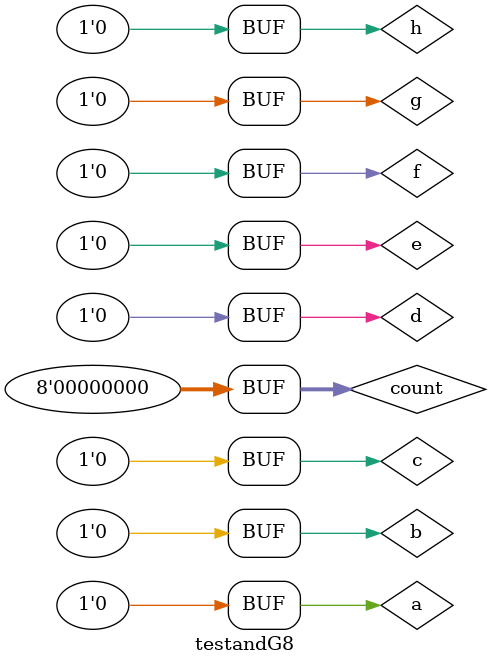
<source format=v>

module andG8(output s, input a, input b, input c, input d, input e, input f, input g, input h);
assign s = a&b&c&d&e&f&g&h;

endmodule

module testandG8;
reg [7:0]count;
reg a, b, c, d, e, f, g, h;
wire s;

andG8 AND1(s, a, b, c, d,	e ,f ,g, h);

initial begin:start
count=0;
a=0;b=0;c=0;
d=0;e=0;f=0;
g=0;h=0;

end

initial begin

$display("~(a & b & c & d & e & f & g & h = s)");
$monitor("(%b & %b & %b & %b & %b & %b & %b & %b &= %b)", a, b, c, d, e, f, g, h, s);

count = 0; 

	repeat (255) begin
				count <= count + 1;
				#1 a<=count[7];b<=count[6];c<=count[5];d<=count[4];e<=count[3];f<=count[2];g<=count[1];h<=count[0];
				
	end

end

endmodule
</source>
